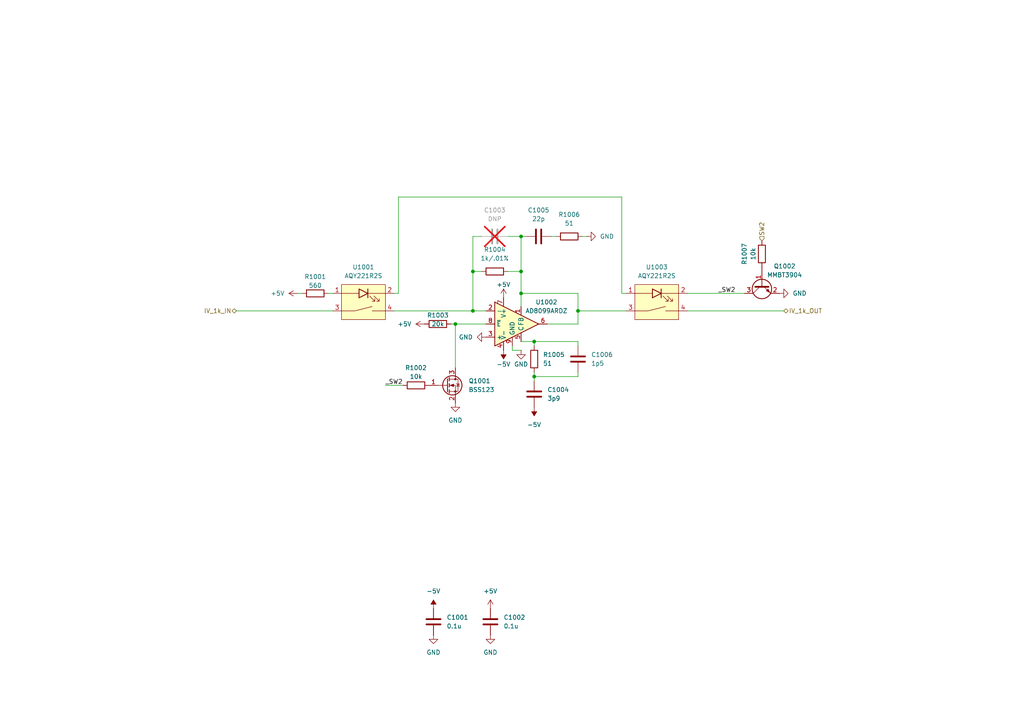
<source format=kicad_sch>
(kicad_sch (version 20250114) (generator "eeschema") (generator_version "9.0")
  (paper "A4")
  (lib_symbols
    (symbol "Device:C" (pin_numbers (hide yes)) (pin_names (offset 0.254))
      (property "Reference" "C" (at 0.635 2.54 0))
      (property "Value" "C" (at 0.635 -2.54 0))
      (symbol "C_0_1"
        (polyline (pts (xy -2.032 0.762) (xy 2.032 0.762)) (stroke (width 0.508)))
        (polyline (pts (xy -2.032 -0.762) (xy 2.032 -0.762)) (stroke (width 0.508)))
      )
      (symbol "C_1_1"
        (pin passive line (at 0 3.81 270) (length 2.794) (name "~") (number "1"))
        (pin passive line (at 0 -3.81 90) (length 2.794) (name "~") (number "2"))
      )
    )
    (symbol "Device:R" (pin_numbers (hide yes)) (pin_names (offset 0))
      (property "Reference" "R" (at 2.032 0 90))
      (property "Value" "R" (at 0 0 90))
      (symbol "R_0_1"
        (rectangle (start -1.016 -2.54) (end 1.016 2.54) (stroke (width 0.254)))
      )
      (symbol "R_1_1"
        (pin passive line (at 0 3.81 270) (length 1.27) (name "~") (number "1"))
        (pin passive line (at 0 -3.81 90) (length 1.27) (name "~") (number "2"))
      )
    )
    (symbol "ETH1LCR3:AD8099ARDZ"
      (property "Reference" "U" (at 10.922 6.604 0))
      (property "Value" "AD8099ARDZ" (at 10.668 4.318 0))
      (symbol "AD8099ARDZ_0_1"
        (polyline (pts (xy -5.08 6.35) (xy -5.08 -6.35) (xy 7.62 0) (xy -5.08 6.35)) (stroke (width 0.254)) (fill (type background)))
      )
      (symbol "AD8099ARDZ_1_0"
        (pin input line (at -7.62 3.81 0) (length 2.54) (name "-") (number "2"))
        (pin input line (at -7.62 0 0) (length 2.54) (name "~{E}") (number "8"))
        (pin input line (at -7.62 -3.81 0) (length 2.54) (name "+") (number "3"))
        (pin passive line (at -2.54 7.62 270) (length 2.54) (name "V+") (number "7"))
        (pin passive line (at -2.54 -7.62 90) (length 2.54) (name "V-") (number "4"))
        (pin passive line (at 0 -6.35 90) (length 2.54) (name "GND") (number "9"))
        (pin input line (at 2.54 5.08 270) (length 2.54) (name "FB") (number "1"))
        (pin passive line (at 2.54 -5.08 90) (length 2.54) (name "C") (number "5"))
        (pin output line (at 10.16 0 180) (length 2.54) (name "") (number "6"))
      )
    )
    (symbol "ETH1LCR3:AQY221R2S"
      (property "Reference" "U" (at 0 7.874 0))
      (property "Value" "AQY221R2S" (at 0 6.096 0))
      (symbol "AQY221R2S_0_1"
        (polyline (pts (xy -6.35 2.54) (xy -1.27 2.54)))
        (polyline (pts (xy -6.35 -2.54) (xy -2.54 -2.54) (xy 2.54 -1.27)))
        (polyline (pts (xy -1.27 1.27) (xy -1.27 3.81) (xy 1.27 2.54) (xy -1.27 1.27)) (stroke (width 0.254)))
        (polyline (pts (xy 1.27 2.54) (xy 6.35 2.54)))
        (polyline (pts (xy 1.27 1.27) (xy 1.27 3.81)) (stroke (width 0.254)))
        (polyline (pts (xy 1.778 1.778) (xy 3.302 0.254) (xy 2.54 0.254) (xy 3.302 0.254) (xy 3.302 1.016)))
        (polyline (pts (xy 2.54 -2.54) (xy 6.35 -2.54)))
        (polyline (pts (xy 3.048 1.778) (xy 4.572 0.254) (xy 3.81 0.254) (xy 4.572 0.254) (xy 4.572 1.016)))
      )
      (symbol "AQY221R2S_1_1"
        (rectangle (start -6.35 5.08) (end 6.35 -5.08) (fill (type background)))
        (pin passive line (at -8.89 2.54 0) (length 2.54) (name "") (number "1"))
        (pin bidirectional line (at -8.89 -2.54 0) (length 2.54) (name "") (number "3"))
        (pin passive line (at 8.89 2.54 180) (length 2.54) (name "") (number "2"))
        (pin bidirectional line (at 8.89 -2.54 180) (length 2.54) (name "") (number "4"))
      )
    )
    (symbol "Transistor_BJT:MMBT3904" (pin_names (offset 0) (hide yes))
      (property "Reference" "Q" (at 5.08 1.905 0))
      (property "Value" "MMBT3904" (at 5.08 0 0))
      (symbol "MMBT3904_0_1"
        (polyline (pts (xy 0.635 1.905) (xy 0.635 -1.905) (xy 0.635 -1.905)) (stroke (width 0.508)))
        (polyline (pts (xy 0.635 0.635) (xy 2.54 2.54)))
        (polyline (pts (xy 0.635 -0.635) (xy 2.54 -2.54) (xy 2.54 -2.54)))
        (circle (center 1.27 0) (radius 2.8194) (stroke (width 0.254)))
        (polyline (pts (xy 1.27 -1.778) (xy 1.778 -1.27) (xy 2.286 -2.286) (xy 1.27 -1.778) (xy 1.27 -1.778)) (fill (type outline)))
      )
      (symbol "MMBT3904_1_1"
        (pin input line (at -5.08 0 0) (length 5.715) (name "B") (number "1"))
        (pin passive line (at 2.54 5.08 270) (length 2.54) (name "C") (number "3"))
        (pin passive line (at 2.54 -5.08 90) (length 2.54) (name "E") (number "2"))
      )
    )
    (symbol "Transistor_FET:BSS123" (pin_names (hide yes))
      (property "Reference" "Q" (at 5.08 1.905 0))
      (property "Value" "BSS123" (at 5.08 0 0))
      (symbol "BSS123_0_1"
        (polyline (pts (xy 0.254 1.905) (xy 0.254 -1.905)) (stroke (width 0.254)))
        (polyline (pts (xy 0.254 0) (xy -2.54 0)))
        (polyline (pts (xy 0.762 2.286) (xy 0.762 1.27)) (stroke (width 0.254)))
        (polyline (pts (xy 0.762 0.508) (xy 0.762 -0.508)) (stroke (width 0.254)))
        (polyline (pts (xy 0.762 -1.27) (xy 0.762 -2.286)) (stroke (width 0.254)))
        (polyline (pts (xy 0.762 -1.778) (xy 3.302 -1.778) (xy 3.302 1.778) (xy 0.762 1.778)))
        (polyline (pts (xy 1.016 0) (xy 2.032 0.381) (xy 2.032 -0.381) (xy 1.016 0)) (fill (type outline)))
        (circle (center 1.651 0) (radius 2.794) (stroke (width 0.254)))
        (polyline (pts (xy 2.54 2.54) (xy 2.54 1.778)))
        (circle (center 2.54 1.778) (radius 0.254) (fill (type outline)))
        (circle (center 2.54 -1.778) (radius 0.254) (fill (type outline)))
        (polyline (pts (xy 2.54 -2.54) (xy 2.54 0) (xy 0.762 0)))
        (polyline (pts (xy 2.794 0.508) (xy 2.921 0.381) (xy 3.683 0.381) (xy 3.81 0.254)))
        (polyline (pts (xy 3.302 0.381) (xy 2.921 -0.254) (xy 3.683 -0.254) (xy 3.302 0.381)))
      )
      (symbol "BSS123_1_1"
        (pin input line (at -5.08 0 0) (length 2.54) (name "G") (number "1"))
        (pin passive line (at 2.54 5.08 270) (length 2.54) (name "D") (number "3"))
        (pin passive line (at 2.54 -5.08 90) (length 2.54) (name "S") (number "2"))
      )
    )
    (symbol "power:+5V" (power) (pin_numbers (hide yes)) (pin_names (offset 0) (hide yes))
      (property "Value" "+5V" (at 0 3.556 0))
      (symbol "+5V_0_1"
        (polyline (pts (xy -0.762 1.27) (xy 0 2.54)))
        (polyline (pts (xy 0 2.54) (xy 0.762 1.27)))
        (polyline (pts (xy 0 0) (xy 0 2.54)))
      )
      (symbol "+5V_1_1"
        (pin power_in line (at 0 0 90) (length 0) (name "~") (number "1"))
      )
    )
    (symbol "power:-5V" (power) (pin_numbers (hide yes)) (pin_names (offset 0) (hide yes))
      (property "Value" "-5V" (at 0 3.556 0))
      (symbol "-5V_0_0"
        (pin power_in line (at 0 0 90) (length 0) (name "~") (number "1"))
      )
      (symbol "-5V_0_1"
        (polyline (pts (xy 0 0) (xy 0 1.27) (xy 0.762 1.27) (xy 0 2.54) (xy -0.762 1.27) (xy 0 1.27)) (fill (type outline)))
      )
    )
    (symbol "power:GND" (power) (pin_numbers (hide yes)) (pin_names (offset 0) (hide yes))
      (property "Value" "GND" (at 0 -3.81 0))
      (symbol "GND_0_1"
        (polyline (pts (xy 0 0) (xy 0 -1.27) (xy 1.27 -1.27) (xy 0 -2.54) (xy -1.27 -1.27) (xy 0 -1.27)))
      )
      (symbol "GND_1_1"
        (pin power_in line (at 0 0 270) (length 0) (name "~") (number "1"))
      )
    )
  )
  (junction (at 154.94 99.06))
  (junction (at 137.16 78.74))
  (junction (at 132.08 93.98))
  (junction (at 154.94 109.22))
  (junction (at 151.13 78.74))
  (junction (at 151.13 68.58))
  (junction (at 167.64 90.17))
  (junction (at 151.13 85.09))
  (junction (at 137.16 90.17))
  (wire (pts (xy 151.13 101.6) (xy 148.59 101.6)))
  (wire (pts (xy 137.16 78.74) (xy 139.7 78.74)))
  (wire (pts (xy 137.16 68.58) (xy 137.16 78.74)))
  (wire (pts (xy 151.13 99.06) (xy 154.94 99.06)))
  (wire (pts (xy 137.16 90.17) (xy 137.16 78.74)))
  (wire (pts (xy 180.34 85.09) (xy 181.61 85.09)))
  (wire (pts (xy 148.59 100.33) (xy 148.59 101.6)))
  (wire (pts (xy 167.64 99.06) (xy 167.64 100.33)))
  (wire (pts (xy 154.94 109.22) (xy 154.94 110.49)))
  (wire (pts (xy 132.08 93.98) (xy 132.08 106.68)))
  (wire (pts (xy 151.13 78.74) (xy 151.13 85.09)))
  (wire (pts (xy 151.13 78.74) (xy 151.13 68.58)))
  (wire (pts (xy 115.57 85.09) (xy 115.57 57.15)))
  (wire (pts (xy 111.76 111.76) (xy 116.84 111.76)))
  (wire (pts (xy 114.3 90.17) (xy 137.16 90.17)))
  (wire (pts (xy 86.36 85.09) (xy 87.63 85.09)))
  (wire (pts (xy 167.64 90.17) (xy 167.64 93.98)))
  (wire (pts (xy 154.94 99.06) (xy 167.64 99.06)))
  (wire (pts (xy 167.64 107.95) (xy 167.64 109.22)))
  (wire (pts (xy 180.34 57.15) (xy 180.34 85.09)))
  (wire (pts (xy 154.94 100.33) (xy 154.94 99.06)))
  (wire (pts (xy 170.18 68.58) (xy 168.91 68.58)))
  (wire (pts (xy 130.81 93.98) (xy 132.08 93.98)))
  (wire (pts (xy 68.58 90.17) (xy 96.52 90.17)))
  (wire (pts (xy 151.13 68.58) (xy 152.4 68.58)))
  (wire (pts (xy 151.13 88.9) (xy 151.13 85.09)))
  (wire (pts (xy 154.94 107.95) (xy 154.94 109.22)))
  (wire (pts (xy 147.32 78.74) (xy 151.13 78.74)))
  (wire (pts (xy 199.39 90.17) (xy 227.33 90.17)))
  (wire (pts (xy 167.64 93.98) (xy 158.75 93.98)))
  (wire (pts (xy 132.08 93.98) (xy 140.97 93.98)))
  (wire (pts (xy 161.29 68.58) (xy 160.02 68.58)))
  (wire (pts (xy 115.57 57.15) (xy 180.34 57.15)))
  (wire (pts (xy 167.64 90.17) (xy 181.61 90.17)))
  (wire (pts (xy 167.64 85.09) (xy 167.64 90.17)))
  (wire (pts (xy 151.13 68.58) (xy 147.32 68.58)))
  (wire (pts (xy 139.7 68.58) (xy 137.16 68.58)))
  (wire (pts (xy 140.97 90.17) (xy 137.16 90.17)))
  (wire (pts (xy 167.64 109.22) (xy 154.94 109.22)))
  (wire (pts (xy 95.25 85.09) (xy 96.52 85.09)))
  (wire (pts (xy 114.3 85.09) (xy 115.57 85.09)))
  (wire (pts (xy 151.13 85.09) (xy 167.64 85.09)))
  (wire (pts (xy 199.39 85.09) (xy 215.9 85.09)))
  (label "_SW2" (at 208.28 85.09 0))
  (label "_SW2" (at 111.76 111.76 0))
  (hierarchical_label "SW2" (shape input) (at 220.98 69.85 90))
  (hierarchical_label "IV_1k_OUT" (shape bidirectional) (at 227.33 90.17 0))
  (hierarchical_label "IV_1k_IN" (shape bidirectional) (at 68.58 90.17 180))
  (symbol (lib_id "power:+5V") (at 146.05 86.36 0) (unit 1)
    (property "Reference" "#PWR01009" (effects (hide yes)))
    (property "Value" "+5V" (at 146.05 82.55 0))
    (property "Description" "Power symbol creates a global label with name \"+5V\"" (effects (hide yes)))
    (instances (project "" (path "" (reference "#PWR01009") (unit 1)) (path "" (reference "#PWR0905") (unit 1))))
  )
  (symbol (lib_id "Transistor_FET:BSS123") (at 129.54 111.76 0) (unit 1)
    (property "Reference" "Q1001" (at 135.89 110.4899 0) (effects (justify left)))
    (property "Value" "BSS123" (at 135.89 113.0299 0) (effects (justify left)))
    (property "Footprint" "Package_TO_SOT_SMD:SOT-23" (effects (hide yes)))
    (property "Datasheet" "http://www.diodes.com/assets/Datasheets/ds30366.pdf" (effects (hide yes)))
    (property "Description" "0.17A Id, 100V Vds, N-Channel MOSFET, SOT-23" (effects (hide yes)))
    (instances (project "" (path "" (reference "Q1001") (unit 1)) (path "" (reference "Q901") (unit 1))))
  )
  (symbol (lib_id "power:GND") (at 151.13 101.6 0) (unit 1)
    (property "Reference" "#PWR01011" (effects (hide yes)))
    (property "Value" "GND" (at 151.13 105.664 0))
    (property "Description" "Power symbol creates a global label with name \"GND\" , ground" (effects (hide yes)))
  )
  (symbol (lib_id "Device:R") (at 165.1 68.58 90) (unit 1)
    (property "Reference" "R1006" (at 165.1 62.23 90))
    (property "Value" "51" (at 165.1 64.77 90))
    (property "Footprint" "Resistor_SMD:R_0603_1608Metric_Pad0.98x0.95mm_HandSolder" (effects (hide yes)))
    (property "Description" "Resistor" (effects (hide yes)))
  )
  (symbol (lib_id "Device:C") (at 154.94 114.3 0) (unit 1)
    (property "Reference" "C1004" (at 158.75 113.0299 0) (effects (justify left)))
    (property "Value" "3p9" (at 158.75 115.5699 0) (effects (justify left)))
    (property "Footprint" "Capacitor_SMD:C_0603_1608Metric_Pad1.08x0.95mm_HandSolder" (effects (hide yes)))
    (property "Description" "Unpolarized capacitor" (effects (hide yes)))
    (instances (project "" (path "" (reference "C1004") (unit 1)) (path "" (reference "C901") (unit 1))))
  )
  (symbol (lib_id "ETH1LCR3:AQY221R2S") (at 105.41 87.63 0) (unit 1)
    (property "Reference" "U1001" (at 105.41 77.47 0))
    (property "Value" "AQY221R2S" (at 105.41 80.01 0))
    (property "Footprint" "Package_SO:SOP-4_3.8x4.1mm_P2.54mm" (effects (hide yes)))
    (property "Description" "RF SOP 1 Form A C×R10" (effects (hide yes)))
    (instances (project "" (path "" (reference "U1001") (unit 1)) (path "" (reference "U902") (unit 1))))
  )
  (symbol (lib_id "Device:R") (at 127 93.98 90) (unit 1)
    (property "Reference" "R1003" (at 127 91.44 90))
    (property "Value" "20k" (at 127 93.98 90))
    (property "Footprint" "Resistor_SMD:R_0603_1608Metric_Pad0.98x0.95mm_HandSolder" (effects (hide yes)))
    (property "Description" "Resistor" (effects (hide yes)))
    (instances (project "" (path "" (reference "R1003") (unit 1)) (path "" (reference "R902") (unit 1))))
  )
  (symbol (lib_id "power:GND") (at 142.24 184.15 0) (unit 1)
    (property "Reference" "#PWR01008" (effects (hide yes)))
    (property "Value" "GND" (at 142.24 189.23 0))
    (property "Description" "Power symbol creates a global label with name \"GND\" , ground" (effects (hide yes)))
  )
  (symbol (lib_id "Device:C") (at 142.24 180.34 0) (unit 1)
    (property "Reference" "C1002" (at 146.05 179.0699 0) (effects (justify left)))
    (property "Value" "0.1u" (at 146.05 181.6099 0) (effects (justify left)))
    (property "Footprint" "Capacitor_SMD:C_0603_1608Metric_Pad1.08x0.95mm_HandSolder" (effects (hide yes)))
    (property "Description" "Unpolarized capacitor" (effects (hide yes)))
    (instances (project "" (path "" (reference "C1002") (unit 1)) (path "" (reference "C905") (unit 1))))
  )
  (symbol (lib_id "Device:C") (at 125.73 180.34 0) (unit 1)
    (property "Reference" "C1001" (at 129.54 179.0699 0) (effects (justify left)))
    (property "Value" "0.1u" (at 129.54 181.6099 0) (effects (justify left)))
    (property "Footprint" "Capacitor_SMD:C_0603_1608Metric_Pad1.08x0.95mm_HandSolder" (effects (hide yes)))
    (property "Description" "Unpolarized capacitor" (effects (hide yes)))
  )
  (symbol (lib_id "Device:R") (at 143.51 78.74 90) (unit 1)
    (property "Reference" "R1004" (at 143.51 72.39 90))
    (property "Value" "1k/.01%" (at 143.51 74.93 90))
    (property "Footprint" "Resistor_SMD:R_0603_1608Metric_Pad0.98x0.95mm_HandSolder" (effects (hide yes)))
    (property "Description" "Resistor" (effects (hide yes)))
    (instances (project "" (path "" (reference "R1004") (unit 1)) (path "" (reference "R904") (unit 1))))
  )
  (symbol (lib_id "Transistor_BJT:MMBT3904") (at 220.98 82.55 90) (mirror x) (unit 1)
    (property "Reference" "Q1002" (at 227.584 77.216 90))
    (property "Value" "MMBT3904" (at 227.584 79.756 90))
    (property "Footprint" "Package_TO_SOT_SMD:SOT-23" (effects (hide yes)))
    (property "Datasheet" "https://www.onsemi.com/pdf/datasheet/pzt3904-d.pdf" (effects (hide yes)))
    (property "Description" "0.2A Ic, 40V Vce, Small Signal NPN Transistor, SOT-23" (effects (hide yes)))
  )
  (symbol (lib_id "Device:R") (at 154.94 104.14 0) (unit 1)
    (property "Reference" "R1005" (at 157.48 102.8699 0) (effects (justify left)))
    (property "Value" "51" (at 157.48 105.4099 0) (effects (justify left)))
    (property "Footprint" "Resistor_SMD:R_0603_1608Metric_Pad0.98x0.95mm_HandSolder" (effects (hide yes)))
    (property "Description" "Resistor" (effects (hide yes)))
    (instances (project "" (path "" (reference "R1005") (unit 1)) (path "" (reference "R901") (unit 1))))
  )
  (symbol (lib_id "power:GND") (at 170.18 68.58 90) (unit 1)
    (property "Reference" "#PWR01013" (effects (hide yes)))
    (property "Value" "GND" (at 173.99 68.5799 90) (effects (justify right)))
    (property "Description" "Power symbol creates a global label with name \"GND\" , ground" (effects (hide yes)))
    (instances (project "" (path "" (reference "#PWR01013") (unit 1)) (path "" (reference "#PWR0907") (unit 1))))
  )
  (symbol (lib_id "Device:R") (at 91.44 85.09 90) (unit 1)
    (property "Reference" "R1001" (at 91.44 80.264 90))
    (property "Value" "560" (at 91.44 82.804 90))
    (property "Footprint" "Resistor_SMD:R_0603_1608Metric_Pad0.98x0.95mm_HandSolder" (effects (hide yes)))
    (property "Description" "Resistor" (effects (hide yes)))
    (instances (project "" (path "" (reference "R1001") (unit 1)) (path "" (reference "R906") (unit 1))))
  )
  (symbol (lib_id "power:-5V") (at 146.05 101.6 180) (unit 1)
    (property "Reference" "#PWR01010" (effects (hide yes)))
    (property "Value" "-5V" (at 146.05 105.664 0))
    (property "Description" "Power symbol creates a global label with name \"-5V\"" (effects (hide yes)))
    (instances (project "" (path "" (reference "#PWR01010") (unit 1)) (path "" (reference "#PWR0906") (unit 1))))
  )
  (symbol (lib_id "power:-5V") (at 154.94 118.11 180) (unit 1)
    (property "Reference" "#PWR01012" (effects (hide yes)))
    (property "Value" "-5V" (at 154.94 123.19 0))
    (property "Description" "Power symbol creates a global label with name \"-5V\"" (effects (hide yes)))
    (instances (project "" (path "" (reference "#PWR01012") (unit 1)) (path "" (reference "#PWR0901") (unit 1))))
  )
  (symbol (lib_id "Device:R") (at 120.65 111.76 90) (unit 1)
    (property "Reference" "R1002" (at 120.65 106.68 90))
    (property "Value" "10k" (at 120.65 109.22 90))
    (property "Footprint" "Resistor_SMD:R_0603_1608Metric_Pad0.98x0.95mm_HandSolder" (effects (hide yes)))
    (property "Description" "Resistor" (effects (hide yes)))
    (instances (project "" (path "" (reference "R1002") (unit 1)) (path "" (reference "R903") (unit 1))))
  )
  (symbol (lib_id "power:GND") (at 140.97 97.79 270) (unit 1)
    (property "Reference" "#PWR01006" (effects (hide yes)))
    (property "Value" "GND" (at 137.16 97.7899 90) (effects (justify right)))
    (property "Description" "Power symbol creates a global label with name \"GND\" , ground" (effects (hide yes)))
    (instances (project "" (path "" (reference "#PWR01006") (unit 1)) (path "" (reference "#PWR0902") (unit 1))))
  )
  (symbol (lib_id "power:+5V") (at 123.19 93.98 90) (unit 1)
    (property "Reference" "#PWR01002" (effects (hide yes)))
    (property "Value" "+5V" (at 119.38 93.9799 90) (effects (justify left)))
    (property "Description" "Power symbol creates a global label with name \"+5V\"" (effects (hide yes)))
    (instances (project "" (path "" (reference "#PWR01002") (unit 1)) (path "" (reference "#PWR0904") (unit 1))))
  )
  (symbol (lib_id "ETH1LCR3:AD8099ARDZ") (at 148.59 93.98 0) (unit 1)
    (property "Reference" "U1002" (at 158.496 87.63 0))
    (property "Value" "AD8099ARDZ" (at 158.496 90.17 0))
    (property "Footprint" "Package_SO:SOIC-8-1EP_3.9x4.9mm_P1.27mm_EP2.29x3mm_ThermalVias" (effects (hide yes)))
    (property "Datasheet" "https://www.analog.com/media/en/technical-documentation/data-sheets/AD8099.pdf" (effects (hide yes)))
    (property "Description" "Ultralow Distortion, High Speed, 0.95 nV/√Hz Voltage Noise Op Amp" (effects (hide yes)))
    (instances (project "" (path "" (reference "U1002") (unit 1)) (path "" (reference "U901") (unit 1))))
  )
  (symbol (lib_id "ETH1LCR3:AQY221R2S") (at 190.5 87.63 0) (unit 1)
    (property "Reference" "U1003" (at 190.5 77.47 0))
    (property "Value" "AQY221R2S" (at 190.5 80.01 0))
    (property "Footprint" "Package_SO:SOP-4_3.8x4.1mm_P2.54mm" (effects (hide yes)))
    (property "Description" "RF SOP 1 Form A C×R10" (effects (hide yes)))
  )
  (symbol (lib_id "Device:R") (at 220.98 73.66 180) (unit 1)
    (property "Reference" "R1007" (at 215.9 73.66 90))
    (property "Value" "10k" (at 218.44 73.66 90))
    (property "Footprint" "Resistor_SMD:R_0603_1608Metric_Pad0.98x0.95mm_HandSolder" (effects (hide yes)))
    (property "Description" "Resistor" (effects (hide yes)))
  )
  (symbol (lib_id "power:+5V") (at 142.24 176.53 0) (unit 1)
    (property "Reference" "#PWR01007" (effects (hide yes)))
    (property "Value" "+5V" (at 142.24 171.45 0))
    (property "Description" "Power symbol creates a global label with name \"+5V\"" (effects (hide yes)))
  )
  (symbol (lib_id "power:GND") (at 132.08 116.84 0) (unit 1)
    (property "Reference" "#PWR01005" (effects (hide yes)))
    (property "Value" "GND" (at 132.08 121.92 0))
    (property "Description" "Power symbol creates a global label with name \"GND\" , ground" (effects (hide yes)))
  )
  (symbol (lib_id "Device:C") (at 167.64 104.14 0) (unit 1)
    (property "Reference" "C1006" (at 171.45 102.8699 0) (effects (justify left)))
    (property "Value" "1p5" (at 171.45 105.4099 0) (effects (justify left)))
    (property "Footprint" "Capacitor_SMD:C_0603_1608Metric_Pad1.08x0.95mm_HandSolder" (effects (hide yes)))
    (property "Description" "Unpolarized capacitor" (effects (hide yes)))
  )
  (symbol (lib_id "power:-5V") (at 125.73 176.53 0) (unit 1)
    (property "Reference" "#PWR01003" (effects (hide yes)))
    (property "Value" "-5V" (at 125.73 171.45 0))
    (property "Description" "Power symbol creates a global label with name \"-5V\"" (effects (hide yes)))
  )
  (symbol (lib_id "power:GND") (at 226.06 85.09 90) (unit 1)
    (property "Reference" "#PWR01014" (effects (hide yes)))
    (property "Value" "GND" (at 229.87 85.0899 90) (effects (justify right)))
    (property "Description" "Power symbol creates a global label with name \"GND\" , ground" (effects (hide yes)))
  )
  (symbol (lib_id "Device:C") (at 156.21 68.58 90) (unit 1)
    (property "Reference" "C1005" (at 156.21 60.96 90))
    (property "Value" "22p" (at 156.21 63.5 90))
    (property "Footprint" "Capacitor_SMD:C_0603_1608Metric_Pad1.08x0.95mm_HandSolder" (effects (hide yes)))
    (property "Description" "Unpolarized capacitor" (effects (hide yes)))
    (instances (project "" (path "" (reference "C1005") (unit 1)) (path "" (reference "C904") (unit 1))))
  )
  (symbol (lib_id "power:GND") (at 125.73 184.15 0) (unit 1)
    (property "Reference" "#PWR01004" (effects (hide yes)))
    (property "Value" "GND" (at 125.73 189.23 0))
    (property "Description" "Power symbol creates a global label with name \"GND\" , ground" (effects (hide yes)))
  )
  (symbol (lib_id "power:+5V") (at 86.36 85.09 90) (unit 1)
    (property "Reference" "#PWR01001" (effects (hide yes)))
    (property "Value" "+5V" (at 82.55 85.0899 90) (effects (justify left)))
    (property "Description" "Power symbol creates a global label with name \"+5V\"" (effects (hide yes)))
    (instances (project "" (path "" (reference "#PWR01001") (unit 1)) (path "" (reference "#PWR0908") (unit 1))))
  )
  (symbol (lib_id "Device:C") (at 143.51 68.58 90) (unit 1) (in_bom no) (dnp yes)
    (property "Reference" "C1003" (at 143.51 60.96 90))
    (property "Value" "DNP" (at 143.51 63.5 90))
    (property "Footprint" "Capacitor_SMD:C_0603_1608Metric_Pad1.08x0.95mm_HandSolder" (effects (hide yes)))
    (property "Description" "Unpolarized capacitor" (effects (hide yes)))
    (instances (project "" (path "" (reference "C1003") (unit 1)) (path "" (reference "C903") (unit 1))))
  )
)
</source>
